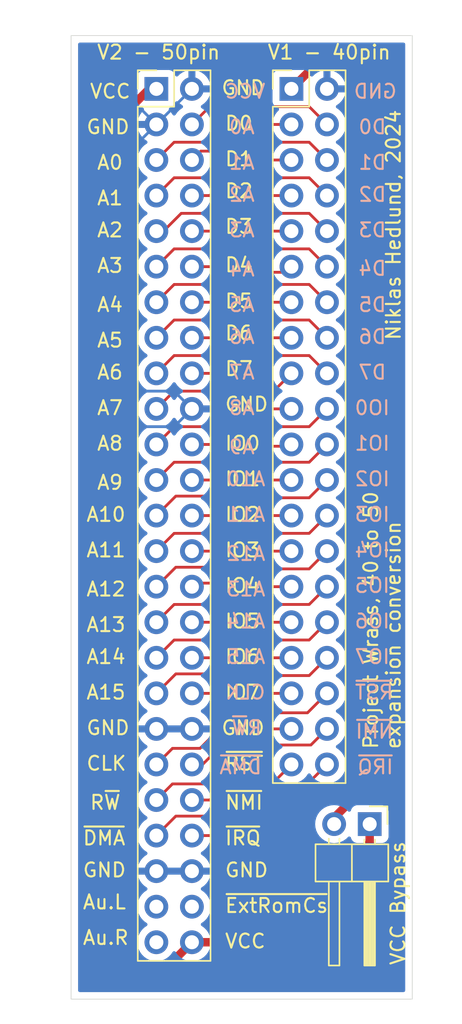
<source format=kicad_pcb>
(kicad_pcb (version 20240108) (generator "pcbnew") (generator_version "8.0")
  (layers (0 "F.Cu" signal) (31 "B.Cu" signal) (34 "B.Paste" user) (35 "F.Paste" user) (36 "B.SilkS" user "B.Silkscreen") (37 "F.SilkS" user "F.Silkscreen") (38 "B.Mask" user) (39 "F.Mask" user) (44 "Edge.Cuts" user))
  (net 0 "")
  (net 1 "/~{IRQ}")
  (net 2 "/GND")
  (net 3 "/A10")
  (net 4 "/A7")
  (net 5 "/A8")
  (net 6 "/IO4")
  (net 7 "/D3")
  (net 8 "/IO7")
  (net 9 "/A4")
  (net 10 "/IO1")
  (net 11 "/Clock")
  (net 12 "/A0")
  (net 13 "/A6")
  (net 14 "/D5")
  (net 15 "/VCC")
  (net 16 "/A9")
  (net 17 "/~{ExtRomCs}")
  (net 18 "/A1")
  (net 19 "/IO2")
  (net 20 "/~{RST}")
  (net 21 "/D4")
  (net 22 "/IO6")
  (net 23 "/D2")
  (net 24 "/A2")
  (net 25 "/A14")
  (net 26 "/AudioL")
  (net 27 "/AudioR")
  (net 28 "/D0")
  (net 29 "/A12")
  (net 30 "/D7")
  (net 31 "/A3")
  (net 32 "/~{NMI}")
  (net 33 "/A5")
  (net 34 "/A15")
  (net 35 "/D1")
  (net 36 "/A13")
  (net 37 "/IO0")
  (net 38 "/D6")
  (net 39 "/~{DMA}")
  (net 40 "/A11")
  (net 41 "/IO3")
  (net 42 "/R~{W}")
  (net 43 "/IO5")
  (net 44 "Net-(J2-Pin_1)")
  (footprint "Connector_PinHeader_2.54mm:PinHeader_1x02_P2.54mm_Horizontal" (layer "F.Cu") (at 138.181 112.973 -90)
    (property "Reference" "JP1" (hide yes))
    (property "Value" "VCC Bypass" (at 5.645 -2.027 90) (layer "F.SilkS"))
    (fp_line (start 1.44 3.87) (end 4.1 3.87) (stroke (width 0.12)) (layer "F.SilkS"))
    (fp_line (start 4.1 3.87) (end 4.1 -1.33) (stroke (width 0.12)) (layer "F.SilkS"))
    (fp_line (start 1.042929 2.92) (end 1.44 2.92) (stroke (width 0.12)) (layer "F.SilkS"))
    (fp_line (start 10.1 2.92) (end 4.1 2.92) (stroke (width 0.12)) (layer "F.SilkS"))
    (fp_line (start 1.042929 2.16) (end 1.44 2.16) (stroke (width 0.12)) (layer "F.SilkS"))
    (fp_line (start 4.1 2.16) (end 10.1 2.16) (stroke (width 0.12)) (layer "F.SilkS"))
    (fp_line (start 10.1 2.16) (end 10.1 2.92) (stroke (width 0.12)) (layer "F.SilkS"))
    (fp_line (start 1.44 1.27) (end 4.1 1.27) (stroke (width 0.12)) (layer "F.SilkS"))
    (fp_line (start 1.11 0.38) (end 1.44 0.38) (stroke (width 0.12)) (layer "F.SilkS"))
    (fp_line (start 10.1 0.38) (end 4.1 0.38) (stroke (width 0.12)) (layer "F.SilkS"))
    (fp_line (start 4.1 0.28) (end 10.1 0.28) (stroke (width 0.12)) (layer "F.SilkS"))
    (fp_line (start 4.1 0.16) (end 10.1 0.16) (stroke (width 0.12)) (layer "F.SilkS"))
    (fp_line (start 4.1 0.04) (end 10.1 0.04) (stroke (width 0.12)) (layer "F.SilkS"))
    (fp_line (start -1.27 0) (end -1.27 -1.27) (stroke (width 0.12)) (layer "F.SilkS"))
    (fp_line (start 4.1 -0.08) (end 10.1 -0.08) (stroke (width 0.12)) (layer "F.SilkS"))
    (fp_line (start 4.1 -0.2) (end 10.1 -0.2) (stroke (width 0.12)) (layer "F.SilkS"))
    (fp_line (start 4.1 -0.32) (end 10.1 -0.32) (stroke (width 0.12)) (layer "F.SilkS"))
    (fp_line (start 1.11 -0.38) (end 1.44 -0.38) (stroke (width 0.12)) (layer "F.SilkS"))
    (fp_line (start 4.1 -0.38) (end 10.1 -0.38) (stroke (width 0.12)) (layer "F.SilkS"))
    (fp_line (start 10.1 -0.38) (end 10.1 0.38) (stroke (width 0.12)) (layer "F.SilkS"))
    (fp_line (start -1.27 -1.27) (end 0 -1.27) (stroke (width 0.12)) (layer "F.SilkS"))
    (fp_line (start 1.44 -1.33) (end 1.44 3.87) (stroke (width 0.12)) (layer "F.SilkS"))
    (fp_line (start 4.1 -1.33) (end 1.44 -1.33) (stroke (width 0.12)) (layer "F.SilkS"))
    (pad "1" thru_hole rect (at 0 0 270) (size 1.7 1.7) (drill 1) (layers "*.Cu" "*.Mask") (net 15 "/VCC"))
    (pad "2" thru_hole oval (at 0 2.54 270) (size 1.7 1.7) (drill 1) (layers "*.Cu" "*.Mask") (net 44 "Net-(J2-Pin_1)"))
  )
  (footprint "Connector_PinHeader_2.54mm:PinHeader_2x20_P2.54mm_Vertical" (layer "F.Cu") (at 132.588 60.452)
    (property "Reference" "J2" (hide yes))
    (property "Value" "40pin")
    (fp_line (start -1.33 -1.33) (end 0 -1.33) (stroke (width 0.12)) (layer "F.SilkS"))
    (fp_line (start -1.33 0) (end -1.33 -1.33) (stroke (width 0.12)) (layer "F.SilkS"))
    (fp_line (start -1.33 1.27) (end -1.33 49.59) (stroke (width 0.12)) (layer "F.SilkS"))
    (fp_line (start -1.33 1.27) (end 1.27 1.27) (stroke (width 0.12)) (layer "F.SilkS"))
    (fp_line (start -1.33 49.59) (end 3.87 49.59) (stroke (width 0.12)) (layer "F.SilkS"))
    (fp_line (start 1.27 -1.33) (end 3.87 -1.33) (stroke (width 0.12)) (layer "F.SilkS"))
    (fp_line (start 1.27 1.27) (end 1.27 -1.33) (stroke (width 0.12)) (layer "F.SilkS"))
    (fp_line (start 3.87 -1.33) (end 3.87 49.59) (stroke (width 0.12)) (layer "F.SilkS"))
    (pad "1" thru_hole rect (at 0 0) (size 1.7 1.7) (drill 1) (layers "*.Cu" "*.Mask") (net 44 "Net-(J2-Pin_1)"))
    (pad "2" thru_hole oval (at 2.54 0) (size 1.7 1.7) (drill 1) (layers "*.Cu" "*.Mask") (net 2 "/GND"))
    (pad "3" thru_hole oval (at 0 2.54) (size 1.7 1.7) (drill 1) (layers "*.Cu" "*.Mask") (net 12 "/A0"))
    (pad "4" thru_hole oval (at 2.54 2.54) (size 1.7 1.7) (drill 1) (layers "*.Cu" "*.Mask") (net 28 "/D0"))
    (pad "5" thru_hole oval (at 0 5.08) (size 1.7 1.7) (drill 1) (layers "*.Cu" "*.Mask") (net 18 "/A1"))
    (pad "6" thru_hole oval (at 2.54 5.08) (size 1.7 1.7) (drill 1) (layers "*.Cu" "*.Mask") (net 35 "/D1"))
    (pad "7" thru_hole oval (at 0 7.62) (size 1.7 1.7) (drill 1) (layers "*.Cu" "*.Mask") (net 24 "/A2"))
    (pad "8" thru_hole oval (at 2.54 7.62) (size 1.7 1.7) (drill 1) (layers "*.Cu" "*.Mask") (net 23 "/D2"))
    (pad "9" thru_hole oval (at 0 10.16) (size 1.7 1.7) (drill 1) (layers "*.Cu" "*.Mask") (net 31 "/A3"))
    (pad "10" thru_hole oval (at 2.54 10.16) (size 1.7 1.7) (drill 1) (layers "*.Cu" "*.Mask") (net 7 "/D3"))
    (pad "11" thru_hole oval (at 0 12.7) (size 1.7 1.7) (drill 1) (layers "*.Cu" "*.Mask") (net 9 "/A4"))
    (pad "12" thru_hole oval (at 2.54 12.7) (size 1.7 1.7) (drill 1) (layers "*.Cu" "*.Mask") (net 21 "/D4"))
    (pad "13" thru_hole oval (at 0 15.24) (size 1.7 1.7) (drill 1) (layers "*.Cu" "*.Mask") (net 33 "/A5"))
    (pad "14" thru_hole oval (at 2.54 15.24) (size 1.7 1.7) (drill 1) (layers "*.Cu" "*.Mask") (net 14 "/D5"))
    (pad "15" thru_hole oval (at 0 17.78) (size 1.7 1.7) (drill 1) (layers "*.Cu" "*.Mask") (net 13 "/A6"))
    (pad "16" thru_hole oval (at 2.54 17.78) (size 1.7 1.7) (drill 1) (layers "*.Cu" "*.Mask") (net 38 "/D6"))
    (pad "17" thru_hole oval (at 0 20.32) (size 1.7 1.7) (drill 1) (layers "*.Cu" "*.Mask") (net 4 "/A7"))
    (pad "18" thru_hole oval (at 2.54 20.32) (size 1.7 1.7) (drill 1) (layers "*.Cu" "*.Mask") (net 30 "/D7"))
    (pad "19" thru_hole oval (at 0 22.86) (size 1.7 1.7) (drill 1) (layers "*.Cu" "*.Mask") (net 5 "/A8"))
    (pad "20" thru_hole oval (at 2.54 22.86) (size 1.7 1.7) (drill 1) (layers "*.Cu" "*.Mask") (net 37 "/IO0"))
    (pad "21" thru_hole oval (at 0 25.4) (size 1.7 1.7) (drill 1) (layers "*.Cu" "*.Mask") (net 16 "/A9"))
    (pad "22" thru_hole oval (at 2.54 25.4) (size 1.7 1.7) (drill 1) (layers "*.Cu" "*.Mask") (net 10 "/IO1"))
    (pad "23" thru_hole oval (at 0 27.94) (size 1.7 1.7) (drill 1) (layers "*.Cu" "*.Mask") (net 3 "/A10"))
    (pad "24" thru_hole oval (at 2.54 27.94) (size 1.7 1.7) (drill 1) (layers "*.Cu" "*.Mask") (net 19 "/IO2"))
    (pad "25" thru_hole oval (at 0 30.48) (size 1.7 1.7) (drill 1) (layers "*.Cu" "*.Mask") (net 40 "/A11"))
    (pad "26" thru_hole oval (at 2.54 30.48) (size 1.7 1.7) (drill 1) (layers "*.Cu" "*.Mask") (net 41 "/IO3"))
    (pad "27" thru_hole oval (at 0 33.02) (size 1.7 1.7) (drill 1) (layers "*.Cu" "*.Mask") (net 29 "/A12"))
    (pad "28" thru_hole oval (at 2.54 33.02) (size 1.7 1.7) (drill 1) (layers "*.Cu" "*.Mask") (net 6 "/IO4"))
    (pad "29" thru_hole oval (at 0 35.56) (size 1.7 1.7) (drill 1) (layers "*.Cu" "*.Mask") (net 36 "/A13"))
    (pad "30" thru_hole oval (at 2.54 35.56) (size 1.7 1.7) (drill 1) (layers "*.Cu" "*.Mask") (net 43 "/IO5"))
    (pad "31" thru_hole oval (at 0 38.1) (size 1.7 1.7) (drill 1) (layers "*.Cu" "*.Mask") (net 25 "/A14"))
    (pad "32" thru_hole oval (at 2.54 38.1) (size 1.7 1.7) (drill 1) (layers "*.Cu" "*.Mask") (net 22 "/IO6"))
    (pad "33" thru_hole oval (at 0 40.64) (size 1.7 1.7) (drill 1) (layers "*.Cu" "*.Mask") (net 34 "/A15"))
    (pad "34" thru_hole oval (at 2.54 40.64) (size 1.7 1.7) (drill 1) (layers "*.Cu" "*.Mask") (net 8 "/IO7"))
    (pad "35" thru_hole oval (at 0 43.18) (size 1.7 1.7) (drill 1) (layers "*.Cu" "*.Mask") (net 11 "/Clock"))
    (pad "36" thru_hole oval (at 2.54 43.18) (size 1.7 1.7) (drill 1) (layers "*.Cu" "*.Mask") (net 20 "/~{RST}"))
    (pad "37" thru_hole oval (at 0 45.72) (size 1.7 1.7) (drill 1) (layers "*.Cu" "*.Mask") (net 42 "/R~{W}"))
    (pad "38" thru_hole oval (at 2.54 45.72) (size 1.7 1.7) (drill 1) (layers "*.Cu" "*.Mask") (net 32 "/~{NMI}"))
    (pad "39" thru_hole oval (at 0 48.26) (size 1.7 1.7) (drill 1) (layers "*.Cu" "*.Mask") (net 39 "/~{DMA}"))
    (pad "40" thru_hole oval (at 2.54 48.26) (size 1.7 1.7) (drill 1) (layers "*.Cu" "*.Mask") (net 1 "/~{IRQ}"))
  )
  (footprint "Connector_PinHeader_2.54mm:PinHeader_2x25_P2.54mm_Vertical" (layer "F.Cu") (at 122.936 60.452)
    (property "Reference" "J1" (hide yes))
    (property "Value" "50pin")
    (fp_line (start -1.33 -1.33) (end 0 -1.33) (stroke (width 0.12)) (layer "F.SilkS"))
    (fp_line (start -1.33 0) (end -1.33 -1.33) (stroke (width 0.12)) (layer "F.SilkS"))
    (fp_line (start -1.33 1.27) (end -1.33 62.29) (stroke (width 0.12)) (layer "F.SilkS"))
    (fp_line (start -1.33 1.27) (end 1.27 1.27) (stroke (width 0.12)) (layer "F.SilkS"))
    (fp_line (start -1.33 62.29) (end 3.87 62.29) (stroke (width 0.12)) (layer "F.SilkS"))
    (fp_line (start 1.27 -1.33) (end 3.87 -1.33) (stroke (width 0.12)) (layer "F.SilkS"))
    (fp_line (start 1.27 1.27) (end 1.27 -1.33) (stroke (width 0.12)) (layer "F.SilkS"))
    (fp_line (start 3.87 -1.33) (end 3.87 62.29) (stroke (width 0.12)) (layer "F.SilkS"))
    (pad "1" thru_hole rect (at 0 0) (size 1.7 1.7) (drill 1) (layers "*.Cu" "*.Mask") (net 15 "/VCC"))
    (pad "2" thru_hole oval (at 2.54 0) (size 1.7 1.7) (drill 1) (layers "*.Cu" "*.Mask") (net 2 "/GND"))
    (pad "3" thru_hole oval (at 0 2.54) (size 1.7 1.7) (drill 1) (layers "*.Cu" "*.Mask") (net 2 "/GND"))
    (pad "4" thru_hole oval (at 2.54 2.54) (size 1.7 1.7) (drill 1) (layers "*.Cu" "*.Mask") (net 28 "/D0"))
    (pad "5" thru_hole oval (at 0 5.08) (size 1.7 1.7) (drill 1) (layers "*.Cu" "*.Mask") (net 12 "/A0"))
    (pad "6" thru_hole oval (at 2.54 5.08) (size 1.7 1.7) (drill 1) (layers "*.Cu" "*.Mask") (net 35 "/D1"))
    (pad "7" thru_hole oval (at 0 7.62) (size 1.7 1.7) (drill 1) (layers "*.Cu" "*.Mask") (net 18 "/A1"))
    (pad "8" thru_hole oval (at 2.54 7.62) (size 1.7 1.7) (drill 1) (layers "*.Cu" "*.Mask") (net 23 "/D2"))
    (pad "9" thru_hole oval (at 0 10.16) (size 1.7 1.7) (drill 1) (layers "*.Cu" "*.Mask") (net 24 "/A2"))
    (pad "10" thru_hole oval (at 2.54 10.16) (size 1.7 1.7) (drill 1) (layers "*.Cu" "*.Mask") (net 7 "/D3"))
    (pad "11" thru_hole oval (at 0 12.7) (size 1.7 1.7) (drill 1) (layers "*.Cu" "*.Mask") (net 31 "/A3"))
    (pad "12" thru_hole oval (at 2.54 12.7) (size 1.7 1.7) (drill 1) (layers "*.Cu" "*.Mask") (net 21 "/D4"))
    (pad "13" thru_hole oval (at 0 15.24) (size 1.7 1.7) (drill 1) (layers "*.Cu" "*.Mask") (net 9 "/A4"))
    (pad "14" thru_hole oval (at 2.54 15.24) (size 1.7 1.7) (drill 1) (layers "*.Cu" "*.Mask") (net 14 "/D5"))
    (pad "15" thru_hole oval (at 0 17.78) (size 1.7 1.7) (drill 1) (layers "*.Cu" "*.Mask") (net 33 "/A5"))
    (pad "16" thru_hole oval (at 2.54 17.78) (size 1.7 1.7) (drill 1) (layers "*.Cu" "*.Mask") (net 38 "/D6"))
    (pad "17" thru_hole oval (at 0 20.32) (size 1.7 1.7) (drill 1) (layers "*.Cu" "*.Mask") (net 13 "/A6"))
    (pad "18" thru_hole oval (at 2.54 20.32) (size 1.7 1.7) (drill 1) (layers "*.Cu" "*.Mask") (net 30 "/D7"))
    (pad "19" thru_hole oval (at 0 22.86) (size 1.7 1.7) (drill 1) (layers "*.Cu" "*.Mask") (net 4 "/A7"))
    (pad "20" thru_hole oval (at 2.54 22.86) (size 1.7 1.7) (drill 1) (layers "*.Cu" "*.Mask") (net 2 "/GND"))
    (pad "21" thru_hole oval (at 0 25.4) (size 1.7 1.7) (drill 1) (layers "*.Cu" "*.Mask") (net 5 "/A8"))
    (pad "22" thru_hole oval (at 2.54 25.4) (size 1.7 1.7) (drill 1) (layers "*.Cu" "*.Mask") (net 37 "/IO0"))
    (pad "23" thru_hole oval (at 0 27.94) (size 1.7 1.7) (drill 1) (layers "*.Cu" "*.Mask") (net 16 "/A9"))
    (pad "24" thru_hole oval (at 2.54 27.94) (size 1.7 1.7) (drill 1) (layers "*.Cu" "*.Mask") (net 10 "/IO1"))
    (pad "25" thru_hole oval (at 0 30.48) (size 1.7 1.7) (drill 1) (layers "*.Cu" "*.Mask") (net 3 "/A10"))
    (pad "26" thru_hole oval (at 2.54 30.48) (size 1.7 1.7) (drill 1) (layers "*.Cu" "*.Mask") (net 19 "/IO2"))
    (pad "27" thru_hole oval (at 0 33.02) (size 1.7 1.7) (drill 1) (layers "*.Cu" "*.Mask") (net 40 "/A11"))
    (pad "28" thru_hole oval (at 2.54 33.02) (size 1.7 1.7) (drill 1) (layers "*.Cu" "*.Mask") (net 41 "/IO3"))
    (pad "29" thru_hole oval (at 0 35.56) (size 1.7 1.7) (drill 1) (layers "*.Cu" "*.Mask") (net 29 "/A12"))
    (pad "30" thru_hole oval (at 2.54 35.56) (size 1.7 1.7) (drill 1) (layers "*.Cu" "*.Mask") (net 6 "/IO4"))
    (pad "31" thru_hole oval (at 0 38.1) (size 1.7 1.7) (drill 1) (layers "*.Cu" "*.Mask") (net 36 "/A13"))
    (pad "32" thru_hole oval (at 2.54 38.1) (size 1.7 1.7) (drill 1) (layers "*.Cu" "*.Mask") (net 43 "/IO5"))
    (pad "33" thru_hole oval (at 0 40.64) (size 1.7 1.7) (drill 1) (layers "*.Cu" "*.Mask") (net 25 "/A14"))
    (pad "34" thru_hole oval (at 2.54 40.64) (size 1.7 1.7) (drill 1) (layers "*.Cu" "*.Mask") (net 22 "/IO6"))
    (pad "35" thru_hole oval (at 0 43.18) (size 1.7 1.7) (drill 1) (layers "*.Cu" "*.Mask") (net 34 "/A15"))
    (pad "36" thru_hole oval (at 2.54 43.18) (size 1.7 1.7) (drill 1) (layers "*.Cu" "*.Mask") (net 8 "/IO7"))
    (pad "37" thru_hole oval (at 0 45.72) (size 1.7 1.7) (drill 1) (layers "*.Cu" "*.Mask") (net 2 "/GND"))
    (pad "38" thru_hole oval (at 2.54 45.72) (size 1.7 1.7) (drill 1) (layers "*.Cu" "*.Mask") (net 2 "/GND"))
    (pad "39" thru_hole oval (at 0 48.26) (size 1.7 1.7) (drill 1) (layers "*.Cu" "*.Mask") (net 11 "/Clock"))
    (pad "40" thru_hole oval (at 2.54 48.26) (size 1.7 1.7) (drill 1) (layers "*.Cu" "*.Mask") (net 20 "/~{RST}"))
    (pad "41" thru_hole oval (at 0 50.8) (size 1.7 1.7) (drill 1) (layers "*.Cu" "*.Mask") (net 42 "/R~{W}"))
    (pad "42" thru_hole oval (at 2.54 50.8) (size 1.7 1.7) (drill 1) (layers "*.Cu" "*.Mask") (net 32 "/~{NMI}"))
    (pad "43" thru_hole oval (at 0 53.34) (size 1.7 1.7) (drill 1) (layers "*.Cu" "*.Mask") (net 39 "/~{DMA}"))
    (pad "44" thru_hole oval (at 2.54 53.34) (size 1.7 1.7) (drill 1) (layers "*.Cu" "*.Mask") (net 1 "/~{IRQ}"))
    (pad "45" thru_hole oval (at 0 55.88) (size 1.7 1.7) (drill 1) (layers "*.Cu" "*.Mask") (net 2 "/GND"))
    (pad "46" thru_hole oval (at 2.54 55.88) (size 1.7 1.7) (drill 1) (layers "*.Cu" "*.Mask") (net 2 "/GND"))
    (pad "47" thru_hole oval (at 0 58.42) (size 1.7 1.7) (drill 1) (layers "*.Cu" "*.Mask") (net 26 "/AudioL"))
    (pad "48" thru_hole oval (at 2.54 58.42) (size 1.7 1.7) (drill 1) (layers "*.Cu" "*.Mask") (net 17 "/~{ExtRomCs}"))
    (pad "49" thru_hole oval (at 0 60.96) (size 1.7 1.7) (drill 1) (layers "*.Cu" "*.Mask") (net 27 "/AudioR"))
    (pad "50" thru_hole oval (at 2.54 60.96) (size 1.7 1.7) (drill 1) (layers "*.Cu" "*.Mask") (net 15 "/VCC"))
  )
  (gr_rect (start 116.84 56.642) (end 141.224 125.476) (stroke (width 0.05)) (fill none) (layer "Edge.Cuts"))
  (gr_text "A10" (at 130.81 88.9 -0) (layer "B.SilkS") (effects (font (size 1 1)) (justify left bottom mirror)))
  (gr_text "~{DMA}" (at 130.556 109.474 -0) (layer "B.SilkS") (effects (font (size 1 1)) (justify left bottom mirror)))
  (gr_text "R~{W}" (at 130.556 106.68 -0) (layer "B.SilkS") (effects (font (size 1 1)) (justify left bottom mirror)))
  (gr_text "A3" (at 130.048 71.12 -0) (layer "B.SilkS") (effects (font (size 1 1)) (justify left bottom mirror)))
  (gr_text "~{IRQ}" (at 139.954 109.474 -0) (layer "B.SilkS") (effects (font (size 1 1)) (justify left bottom mirror)))
  (gr_text "~{RST}" (at 139.954 104.14 -0) (layer "B.SilkS") (effects (font (size 1 1)) (justify left bottom mirror)))
  (gr_text "IO2" (at 139.7 88.9 -0) (layer "B.SilkS") (effects (font (size 1 1)) (justify left bottom mirror)))
  (gr_text "CLK" (at 130.81 104.14 -0) (layer "B.SilkS") (effects (font (size 1 1)) (justify left bottom mirror)))
  (gr_text "A11" (at 130.81 91.44 -0) (layer "B.SilkS") (effects (font (size 1 1)) (justify left bottom mirror)))
  (gr_text "IO3" (at 139.7 91.44 -0) (layer "B.SilkS") (effects (font (size 1 1)) (justify left bottom mirror)))
  (gr_text "A5" (at 130.048 76.454 -0) (layer "B.SilkS") (effects (font (size 1 1)) (justify left bottom mirror)))
  (gr_text "A9" (at 130.048 86.614 -0) (layer "B.SilkS") (effects (font (size 1 1)) (justify left bottom mirror)))
  (gr_text "~{NMI}" (at 139.954 106.934 -0) (layer "B.SilkS") (effects (font (size 1 1)) (justify left bottom mirror)))
  (gr_text "A13" (at 130.81 96.774 -0) (layer "B.SilkS") (effects (font (size 1 1)) (justify left bottom mirror)))
  (gr_text "A4" (at 130.048 73.914 -0) (layer "B.SilkS") (effects (font (size 1 1)) (justify left bottom mirror)))
  (gr_text "GND" (at 140.208 61.214 -0) (layer "B.SilkS") (effects (font (size 1 1)) (justify left bottom mirror)))
  (gr_text "IO6" (at 139.7 99.06 -0) (layer "B.SilkS") (effects (font (size 1 1)) (justify left bottom mirror)))
  (gr_text "IO5" (at 139.7 96.52 -0) (layer "B.SilkS") (effects (font (size 1 1)) (justify left bottom mirror)))
  (gr_text "D3" (at 139.446 71.12 -0) (layer "B.SilkS") (effects (font (size 1 1)) (justify left bottom mirror)))
  (gr_text "D5" (at 139.446 76.454 -0) (layer "B.SilkS") (effects (font (size 1 1)) (justify left bottom mirror)))
  (gr_text "A14" (at 130.81 99.06 -0) (layer "B.SilkS") (effects (font (size 1 1)) (justify left bottom mirror)))
  (gr_text "A1" (at 130.048 66.294 -0) (layer "B.SilkS") (effects (font (size 1 1)) (justify left bottom mirror)))
  (gr_text "D6" (at 139.446 78.74 -0) (layer "B.SilkS") (effects (font (size 1 1)) (justify left bottom mirror)))
  (gr_text "D2" (at 139.446 68.58 -0) (layer "B.SilkS") (effects (font (size 1 1)) (justify left bottom mirror)))
  (gr_text "IO0" (at 139.7 83.82 -0) (layer "B.SilkS") (effects (font (size 1 1)) (justify left bottom mirror)))
  (gr_text "IO7" (at 139.7 101.6 -0) (layer "B.SilkS") (effects (font (size 1 1)) (justify left bottom mirror)))
  (gr_text "A8" (at 130.048 83.82 -0) (layer "B.SilkS") (effects (font (size 1 1)) (justify left bottom mirror)))
  (gr_text "A2" (at 130.048 68.58 -0) (layer "B.SilkS") (effects (font (size 1 1)) (justify left bottom mirror)))
  (gr_text "D4" (at 139.446 73.8632 -0) (layer "B.SilkS") (effects (font (size 1 1)) (justify left bottom mirror)))
  (gr_text "D0" (at 139.446 63.754 -0) (layer "B.SilkS") (effects (font (size 1 1)) (justify left bottom mirror)))
  (gr_text "A7" (at 130.048 81.28 -0) (layer "B.SilkS") (effects (font (size 1 1)) (justify left bottom mirror)))
  (gr_text "A12" (at 130.81 94.234 -0) (layer "B.SilkS") (effects (font (size 1 1)) (justify left bottom mirror)))
  (gr_text "VCC" (at 130.81 61.214 -0) (layer "B.SilkS") (effects (font (size 1 1)) (justify left bottom mirror)))
  (gr_text "A0" (at 130.048 63.754 -0) (layer "B.SilkS") (effects (font (size 1 1)) (justify left bottom mirror)))
  (gr_text "IO4" (at 139.7 93.98 -0) (layer "B.SilkS") (effects (font (size 1 1)) (justify left bottom mirror)))
  (gr_text "D7" (at 139.446 81.28 -0) (layer "B.SilkS") (effects (font (size 1 1)) (justify left bottom mirror)))
  (gr_text "A15" (at 130.81 101.6 -0) (layer "B.SilkS") (effects (font (size 1 1)) (justify left bottom mirror)))
  (gr_text "A6" (at 130.048 78.74 -0) (layer "B.SilkS") (effects (font (size 1 1)) (justify left bottom mirror)))
  (gr_text "IO1" (at 139.7 86.36 -0) (layer "B.SilkS") (effects (font (size 1 1)) (justify left bottom mirror)))
  (gr_text "D1" (at 139.446 66.294 -0) (layer "B.SilkS") (effects (font (size 1 1)) (justify left bottom mirror)))
  (gr_text "~{RST}" (at 127.762 109.22 0) (layer "F.SilkS") (effects (font (size 1 1)) (justify left bottom)))
  (gr_text "A5" (at 118.618 78.994 0) (layer "F.SilkS") (effects (font (size 1 1)) (justify left bottom)))
  (gr_text "IO0" (at 127.762 86.36 0) (layer "F.SilkS") (effects (font (size 1 1)) (justify left bottom)))
  (gr_text "A8" (at 118.618 86.36 0) (layer "F.SilkS") (effects (font (size 1 1)) (justify left bottom)))
  (gr_text "D5" (at 127.762 76.2 0) (layer "F.SilkS") (effects (font (size 1 1)) (justify left bottom)))
  (gr_text "VCC" (at 127.762 121.92 0) (layer "F.SilkS") (effects (font (size 1 1)) (justify left bottom)))
  (gr_text "IO6" (at 127.762 101.6 0) (layer "F.SilkS") (effects (font (size 1 1)) (justify left bottom)))
  (gr_text "IO2" (at 127.762 91.44 0) (layer "F.SilkS") (effects (font (size 1 1)) (justify left bottom)))
  (gr_text "A9" (at 118.618 89.154 0) (layer "F.SilkS") (effects (font (size 1 1)) (justify left bottom)))
  (gr_text "D6" (at 127.762 78.486 0) (layer "F.SilkS") (effects (font (size 1 1)) (justify left bottom)))
  (gr_text "A13" (at 117.856 99.314 0) (layer "F.SilkS") (effects (font (size 1 1)) (justify left bottom)))
  (gr_text "D7" (at 127.762 81.026 0) (layer "F.SilkS") (effects (font (size 1 1)) (justify left bottom)))
  (gr_text "GND" (at 127.508 106.68 0) (layer "F.SilkS") (effects (font (size 1 1)) (justify left bottom)))
  (gr_text "V1 - 40pin" (at 130.81 58.42 0) (layer "F.SilkS") (effects (font (size 1 1)) (justify left bottom)))
  (gr_text "GND" (at 127.762 116.84 0) (layer "F.SilkS") (effects (font (size 1 1)) (justify left bottom)))
  (gr_text "D3" (at 127.762 70.866 0) (layer "F.SilkS") (effects (font (size 1 1)) (justify left bottom)))
  (gr_text "A12" (at 117.856 96.774 0) (layer "F.SilkS") (effects (font (size 1 1)) (justify left bottom)))
  (gr_text "~{ExtRomCs}" (at 127.762 119.38 0) (layer "F.SilkS") (effects (font (size 1 1)) (justify left bottom)))
  (gr_text "GND" (at 117.856 63.754 0) (layer "F.SilkS") (effects (font (size 1 1)) (justify left bottom)))
  (gr_text "A6" (at 118.618 81.28 0) (layer "F.SilkS") (effects (font (size 1 1)) (justify left bottom)))
  (gr_text "A10" (at 117.856 91.44 0) (layer "F.SilkS") (effects (font (size 1 1)) (justify left bottom)))
  (gr_text "GND" (at 117.856 106.68 0) (layer "F.SilkS") (effects (font (size 1 1)) (justify left bottom)))
  (gr_text "IO5" (at 127.762 99.06 0) (layer "F.SilkS") (effects (font (size 1 1)) (justify left bottom)))
  (gr_text "A7" (at 118.618 83.82 0) (layer "F.SilkS") (effects (font (size 1 1)) (justify left bottom)))
  (gr_text "VCC" (at 118.11 61.214 0) (layer "F.SilkS") (effects (font (size 1 1)) (justify left bottom)))
  (gr_text "GND" (at 117.602 116.84 0) (layer "F.SilkS") (effects (font (size 1 1)) (justify left bottom)))
  (gr_text "IO4" (at 127.762 96.52 0) (layer "F.SilkS") (effects (font (size 1 1)) (justify left bottom)))
  (gr_text "V2 - 50pin" (at 118.618 58.42 0) (layer "F.SilkS") (effects (font (size 1 1)) (justify left bottom)))
  (gr_text "D1" (at 127.762 66.04 0) (layer "F.SilkS") (effects (font (size 1 1)) (justify left bottom)))
  (gr_text "A14" (at 117.856 101.6 0) (layer "F.SilkS") (effects (font (size 1 1)) (justify left bottom)))
  (gr_text "IO1" (at 127.762 88.9 0) (layer "F.SilkS") (effects (font (size 1 1)) (justify left bottom)))
  (gr_text "R~{W}" (at 118.11 112.014 0) (layer "F.SilkS") (effects (font (size 1 1)) (justify left bottom)))
  (gr_text "Au.L" (at 117.602 119.126 0) (layer "F.SilkS") (effects (font (size 1 1)) (justify left bottom)))
  (gr_text "A0" (at 118.618 66.294 0) (layer "F.SilkS") (effects (font (size 1 1)) (justify left bottom)))
  (gr_text "A15" (at 117.856 104.14 0) (layer "F.SilkS") (effects (font (size 1 1)) (justify left bottom)))
  (gr_text "A2" (at 118.618 71.12 0) (layer "F.SilkS") (effects (font (size 1 1)) (justify left bottom)))
  (gr_text "IO3" (at 127.762 93.98 0) (layer "F.SilkS") (effects (font (size 1 1)) (justify left bottom)))
  (gr_text "D2" (at 127.762 68.326 0) (layer "F.SilkS") (effects (font (size 1 1)) (justify left bottom)))
  (gr_text "Niklas Hedlund, 2024" (at 140.462 78.486 90) (layer "F.SilkS") (effects (font (size 1 1)) (justify left bottom)))
  (gr_text "A11" (at 117.856 93.98 0) (layer "F.SilkS") (effects (font (size 1 1)) (justify left bottom)))
  (gr_text "~{DMA}" (at 117.602 114.554 0) (layer "F.SilkS") (effects (font (size 1 1)) (justify left bottom)))
  (gr_text "A1" (at 118.618 68.834 0) (layer "F.SilkS") (effects (font (size 1 1)) (justify left bottom)))
  (gr_text "IO7" (at 127.762 104.14 0) (layer "F.SilkS") (effects (font (size 1 1)) (justify left bottom)))
  (gr_text "~{IRQ}" (at 127.762 114.554 0) (layer "F.SilkS") (effects (font (size 1 1)) (justify left bottom)))
  (gr_text "Project Wrass, 40 to 50 \nexpansion conversion" (at 140.462 107.696 90) (layer "F.SilkS") (effects (font (size 1 1)) (justify left bottom)))
  (gr_text "D0" (at 127.762 63.5 0) (layer "F.SilkS") (effects (font (size 1 1)) (justify left bottom)))
  (gr_text "D4" (at 127.762 73.6092 0) (layer "F.SilkS") (effects (font (size 1 1)) (justify left bottom)))
  (gr_text "A4" (at 118.618 76.454 0) (layer "F.SilkS") (effects (font (size 1 1)) (justify left bottom)))
  (gr_text "~{NMI}" (at 127.762 112.014 0) (layer "F.SilkS") (effects (font (size 1 1)) (justify left bottom)))
  (gr_text "GND" (at 127.762 83.566 0) (layer "F.SilkS") (effects (font (size 1 1)) (justify left bottom)))
  (gr_text "A3" (at 118.618 73.66 0) (layer "F.SilkS") (effects (font (size 1 1)) (justify left bottom)))
  (gr_text "Au.R" (at 117.602 121.666 0) (layer "F.SilkS") (effects (font (size 1 1)) (justify left bottom)))
  (gr_text "GND" (at 127.508 60.96 0) (layer "F.SilkS") (effects (font (size 1 1)) (justify left bottom)))
  (gr_text "CLK" (at 117.856 109.22 0) (layer "F.SilkS") (effects (font (size 1 1)) (justify left bottom)))
  (segment (start 130.048 113.792) (end 135.128 108.712) (width 0.2) (layer "F.Cu") (net 1))
  (segment (start 125.476 113.792) (end 130.048 113.792) (width 0.2) (layer "F.Cu") (net 1))
  (segment (start 124.206 82.042) (end 121.031 82.042) (width 0.2) (layer "B.Cu") (net 2))
  (segment (start 121.92 61.976) (end 121.031 61.976) (width 0.2) (layer "B.Cu") (net 2))
  (segment (start 125.476 83.312) (end 127.254 83.312) (width 0.2) (layer "B.Cu") (net 2))
  (segment (start 122.936 62.992) (end 125.476 60.452) (width 0.2) (layer "B.Cu") (net 2))
  (segment (start 122.936 62.992) (end 121.539 64.389) (width 0.2) (layer "B.Cu") (net 2))
  (segment (start 121.539 64.389) (end 121.031 64.389) (width 0.2) (layer "B.Cu") (net 2))
  (segment (start 122.936 62.992) (end 121.92 61.976) (width 0.2) (layer "B.Cu") (net 2))
  (segment (start 125.476 83.312) (end 124.206 82.042) (width 0.2) (layer "B.Cu") (net 2))
  (segment (start 124.206 84.582) (end 121.031 84.582) (width 0.2) (layer "B.Cu") (net 2))
  (segment (start 125.476 83.312) (end 124.206 84.582) (width 0.2) (layer "B.Cu") (net 2))
  (segment (start 129.794 88.392) (end 132.588 88.392) (width 0.2) (layer "F.Cu") (net 3))
  (segment (start 128.644 89.542) (end 129.794 88.392) (width 0.2) (layer "F.Cu") (net 3))
  (segment (start 124.326 89.542) (end 128.644 89.542) (width 0.2) (layer "F.Cu") (net 3))
  (segment (start 122.936 90.932) (end 124.326 89.542) (width 0.2) (layer "F.Cu") (net 3))
  (segment (start 131.318 82.042) (end 132.588 80.772) (width 0.2) (layer "F.Cu") (net 4))
  (segment (start 122.936 83.312) (end 124.206 82.042) (width 0.2) (layer "F.Cu") (net 4))
  (segment (start 124.206 82.042) (end 131.318 82.042) (width 0.2) (layer "F.Cu") (net 4))
  (segment (start 122.936 85.852) (end 124.206 84.582) (width 0.2) (layer "F.Cu") (net 5))
  (segment (start 129.032 83.312) (end 132.588 83.312) (width 0.2) (layer "F.Cu") (net 5))
  (segment (start 127.762 84.582) (end 129.032 83.312) (width 0.2) (layer "F.Cu") (net 5))
  (segment (start 124.206 84.582) (end 127.762 84.582) (width 0.2) (layer "F.Cu") (net 5))
  (segment (start 129.032 95.758) (end 130.048 94.742) (width 0.2) (layer "F.Cu") (net 6))
  (segment (start 125.73 95.758) (end 129.032 95.758) (width 0.2) (layer "F.Cu") (net 6))
  (segment (start 133.858 94.742) (end 135.128 93.472) (width 0.2) (layer "F.Cu") (net 6))
  (segment (start 130.048 94.742) (end 133.858 94.742) (width 0.2) (layer "F.Cu") (net 6))
  (segment (start 125.476 96.012) (end 125.73 95.758) (width 0.2) (layer "F.Cu") (net 6))
  (segment (start 129.286 69.342) (end 133.858 69.342) (width 0.2) (layer "F.Cu") (net 7))
  (segment (start 125.476 70.612) (end 128.016 70.612) (width 0.2) (layer "F.Cu") (net 7))
  (segment (start 128.016 70.612) (end 129.286 69.342) (width 0.2) (layer "F.Cu") (net 7))
  (segment (start 133.858 69.342) (end 135.128 70.612) (width 0.2) (layer "F.Cu") (net 7))
  (segment (start 133.858 102.362) (end 135.128 101.092) (width 0.2) (layer "F.Cu") (net 8))
  (segment (start 125.476 103.632) (end 128.27 103.632) (width 0.2) (layer "F.Cu") (net 8))
  (segment (start 128.27 103.632) (end 129.54 102.362) (width 0.2) (layer "F.Cu") (net 8))
  (segment (start 129.54 102.362) (end 133.858 102.362) (width 0.2) (layer "F.Cu") (net 8))
  (segment (start 128.143 74.422) (end 129.013 73.552) (width 0.2) (layer "F.Cu") (net 9))
  (segment (start 132.188 73.552) (end 132.588 73.152) (width 0.2) (layer "F.Cu") (net 9))
  (segment (start 129.013 73.552) (end 132.188 73.552) (width 0.2) (layer "F.Cu") (net 9))
  (segment (start 124.206 74.422) (end 128.143 74.422) (width 0.2) (layer "F.Cu") (net 9))
  (segment (start 122.936 75.692) (end 124.206 74.422) (width 0.2) (layer "F.Cu") (net 9))
  (segment (start 133.858 87.122) (end 135.128 85.852) (width 0.2) (layer "F.Cu") (net 10))
  (segment (start 125.476 88.392) (end 128.397 88.392) (width 0.2) (layer "F.Cu") (net 10))
  (segment (start 129.667 87.122) (end 133.858 87.122) (width 0.2) (layer "F.Cu") (net 10))
  (segment (start 128.397 88.392) (end 129.667 87.122) (width 0.2) (layer "F.Cu") (net 10))
  (segment (start 122.936 108.712) (end 124.086 107.562) (width 0.2) (layer "F.Cu") (net 11))
  (segment (start 124.086 107.562) (end 126.060314 107.562) (width 0.2) (layer "F.Cu") (net 11))
  (segment (start 129.990314 103.632) (end 132.588 103.632) (width 0.2) (layer "F.Cu") (net 11))
  (segment (start 126.060314 107.562) (end 129.990314 103.632) (width 0.2) (layer "F.Cu") (net 11))
  (segment (start 122.936 65.532) (end 124.206 64.262) (width 0.2) (layer "F.Cu") (net 12))
  (segment (start 128.778 62.992) (end 132.588 62.992) (width 0.2) (layer "F.Cu") (net 12))
  (segment (start 124.206 64.262) (end 127.508 64.262) (width 0.2) (layer "F.Cu") (net 12))
  (segment (start 127.508 64.262) (end 128.778 62.992) (width 0.2) (layer "F.Cu") (net 12))
  (segment (start 129.921 78.232) (end 132.588 78.232) (width 0.2) (layer "F.Cu") (net 13))
  (segment (start 128.651 79.502) (end 129.921 78.232) (width 0.2) (layer "F.Cu") (net 13))
  (segment (start 124.206 79.502) (end 128.651 79.502) (width 0.2) (layer "F.Cu") (net 13))
  (segment (start 122.936 80.772) (end 124.206 79.502) (width 0.2) (layer "F.Cu") (net 13))
  (segment (start 125.476 75.692) (end 127.889 75.692) (width 0.2) (layer "F.Cu") (net 14))
  (segment (start 129.159 74.422) (end 133.858 74.422) (width 0.2) (layer "F.Cu") (net 14))
  (segment (start 133.858 74.422) (end 135.128 75.692) (width 0.2) (layer "F.Cu") (net 14))
  (segment (start 127.889 75.692) (end 129.159 74.422) (width 0.2) (layer "F.Cu") (net 14))
  (segment (start 138.181 112.973) (end 138.181 114.295) (width 0.6) (layer "F.Cu") (net 15))
  (segment (start 120.142 122.555) (end 121.539 123.952) (width 0.6) (layer "F.Cu") (net 15))
  (segment (start 131.064 121.412) (end 125.476 121.412) (width 0.6) (layer "F.Cu") (net 15))
  (segment (start 120.142 62.738) (end 120.142 122.555) (width 0.6) (layer "F.Cu") (net 15))
  (segment (start 122.936 60.452) (end 122.428 60.452) (width 0.6) (layer "F.Cu") (net 15))
  (segment (start 138.181 114.295) (end 131.064 121.412) (width 0.6) (layer "F.Cu") (net 15))
  (segment (start 122.428 60.452) (end 120.142 62.738) (width 0.6) (layer "F.Cu") (net 15))
  (segment (start 122.936 123.952) (end 125.476 121.412) (width 0.6) (layer "F.Cu") (net 15))
  (segment (start 121.539 123.952) (end 122.936 123.952) (width 0.6) (layer "F.Cu") (net 15))
  (segment (start 124.206 87.122) (end 128.016 87.122) (width 0.2) (layer "F.Cu") (net 16))
  (segment (start 122.936 88.392) (end 124.206 87.122) (width 0.2) (layer "F.Cu") (net 16))
  (segment (start 132.461 85.979) (end 132.588 85.852) (width 0.2) (layer "F.Cu") (net 16))
  (segment (start 129.159 85.979) (end 132.461 85.979) (width 0.2) (layer "F.Cu") (net 16))
  (segment (start 128.016 87.122) (end 129.159 85.979) (width 0.2) (layer "F.Cu") (net 16))
  (segment (start 127.889 65.532) (end 132.588 65.532) (width 0.2) (layer "F.Cu") (net 18))
  (segment (start 124.206 66.802) (end 126.619 66.802) (width 0.2) (layer "F.Cu") (net 18))
  (segment (start 122.936 68.072) (end 124.206 66.802) (width 0.2) (layer "F.Cu") (net 18))
  (segment (start 126.619 66.802) (end 127.889 65.532) (width 0.2) (layer "F.Cu") (net 18))
  (segment (start 128.778 90.932) (end 130.048 89.662) (width 0.2) (layer "F.Cu") (net 19))
  (segment (start 125.476 90.932) (end 128.778 90.932) (width 0.2) (layer "F.Cu") (net 19))
  (segment (start 133.858 89.662) (end 135.128 88.392) (width 0.2) (layer "F.Cu") (net 19))
  (segment (start 130.048 89.662) (end 133.858 89.662) (width 0.2) (layer "F.Cu") (net 19))
  (segment (start 125.476 108.712) (end 126.238 108.712) (width 0.2) (layer "F.Cu") (net 20))
  (segment (start 129.928 105.022) (end 133.738 105.022) (width 0.2) (layer "F.Cu") (net 20))
  (segment (start 133.738 105.022) (end 135.128 103.632) (width 0.2) (layer "F.Cu") (net 20))
  (segment (start 126.238 108.712) (end 129.928 105.022) (width 0.2) (layer "F.Cu") (net 20))
  (segment (start 125.476 73.152) (end 128.27 73.152) (width 0.2) (layer "F.Cu") (net 21))
  (segment (start 129.54 71.882) (end 133.858 71.882) (width 0.2) (layer "F.Cu") (net 21))
  (segment (start 128.27 73.152) (end 129.54 71.882) (width 0.2) (layer "F.Cu") (net 21))
  (segment (start 133.858 71.882) (end 135.128 73.152) (width 0.2) (layer "F.Cu") (net 21))
  (segment (start 125.476 101.092) (end 128.524 101.092) (width 0.2) (layer "F.Cu") (net 22))
  (segment (start 128.524 101.092) (end 129.794 99.822) (width 0.2) (layer "F.Cu") (net 22))
  (segment (start 133.858 99.822) (end 135.128 98.552) (width 0.2) (layer "F.Cu") (net 22))
  (segment (start 129.794 99.822) (end 133.858 99.822) (width 0.2) (layer "F.Cu") (net 22))
  (segment (start 125.476 68.072) (end 126.746 68.072) (width 0.2) (layer "F.Cu") (net 23))
  (segment (start 126.746 68.072) (end 128.016 66.802) (width 0.2) (layer "F.Cu") (net 23))
  (segment (start 133.858 66.802) (end 135.128 68.072) (width 0.2) (layer "F.Cu") (net 23))
  (segment (start 128.016 66.802) (end 133.858 66.802) (width 0.2) (layer "F.Cu") (net 23))
  (segment (start 122.936 70.612) (end 123.444 70.612) (width 0.2) (layer "F.Cu") (net 24))
  (segment (start 127.381 69.342) (end 128.651 68.072) (width 0.2) (layer "F.Cu") (net 24))
  (segment (start 124.714 69.342) (end 127.381 69.342) (width 0.2) (layer "F.Cu") (net 24))
  (segment (start 123.444 70.612) (end 124.714 69.342) (width 0.2) (layer "F.Cu") (net 24))
  (segment (start 128.651 68.072) (end 132.588 68.072) (width 0.2) (layer "F.Cu") (net 24))
  (segment (start 124.206 99.822) (end 128.397 99.822) (width 0.2) (layer "F.Cu") (net 25))
  (segment (start 129.667 98.552) (end 132.588 98.552) (width 0.2) (layer "F.Cu") (net 25))
  (segment (start 122.936 101.092) (end 124.206 99.822) (width 0.2) (layer "F.Cu") (net 25))
  (segment (start 128.397 99.822) (end 129.667 98.552) (width 0.2) (layer "F.Cu") (net 25))
  (segment (start 133.858 61.722) (end 135.128 62.992) (width 0.2) (layer "F.Cu") (net 28))
  (segment (start 126.746 61.722) (end 133.858 61.722) (width 0.2) (layer "F.Cu") (net 28))
  (segment (start 125.476 62.992) (end 126.746 61.722) (width 0.2) (layer "F.Cu") (net 28))
  (segment (start 122.936 96.012) (end 124.326 94.622) (width 0.2) (layer "F.Cu") (net 29))
  (segment (start 124.326 94.622) (end 128.644 94.622) (width 0.2) (layer "F.Cu") (net 29))
  (segment (start 128.644 94.622) (end 129.794 93.472) (width 0.2) (layer "F.Cu") (net 29))
  (segment (start 129.794 93.472) (end 132.588 93.472) (width 0.2) (layer "F.Cu") (net 29))
  (segment (start 133.858 79.502) (end 135.128 80.772) (width 0.2) (layer "F.Cu") (net 30))
  (segment (start 125.476 80.772) (end 129.286 80.772) (width 0.2) (layer "F.Cu") (net 30))
  (segment (start 129.286 80.772) (end 130.556 79.502) (width 0.2) (layer "F.Cu") (net 30))
  (segment (start 130.556 79.502) (end 133.858 79.502) (width 0.2) (layer "F.Cu") (net 30))
  (segment (start 129.921 70.612) (end 132.588 70.612) (width 0.2) (layer "F.Cu") (net 31))
  (segment (start 128.651 71.882) (end 129.921 70.612) (width 0.2) (layer "F.Cu") (net 31))
  (segment (start 124.206 71.882) (end 128.651 71.882) (width 0.2) (layer "F.Cu") (net 31))
  (segment (start 122.936 73.152) (end 124.206 71.882) (width 0.2) (layer "F.Cu") (net 31))
  (segment (start 126.746 111.252) (end 130.676 107.322) (width 0.2) (layer "F.Cu") (net 32))
  (segment (start 130.676 107.322) (end 133.978 107.322) (width 0.2) (layer "F.Cu") (net 32))
  (segment (start 133.978 107.322) (end 135.128 106.172) (width 0.2) (layer "F.Cu") (net 32))
  (segment (start 125.476 111.252) (end 126.746 111.252) (width 0.2) (layer "F.Cu") (net 32))
  (segment (start 127.860157 76.962) (end 129.130157 75.692) (width 0.2) (layer "F.Cu") (net 33))
  (segment (start 124.206 76.962) (end 127.860157 76.962) (width 0.2) (layer "F.Cu") (net 33))
  (segment (start 129.130157 75.692) (end 132.588 75.692) (width 0.2) (layer "F.Cu") (net 33))
  (segment (start 122.936 78.232) (end 124.206 76.962) (width 0.2) (layer "F.Cu") (net 33))
  (segment (start 128.644 102.242) (end 129.794 101.092) (width 0.2) (layer "F.Cu") (net 34))
  (segment (start 122.936 103.632) (end 124.326 102.242) (width 0.2) (layer "F.Cu") (net 34))
  (segment (start 129.794 101.092) (end 132.588 101.092) (width 0.2) (layer "F.Cu") (net 34))
  (segment (start 124.326 102.242) (end 128.644 102.242) (width 0.2) (layer "F.Cu") (net 34))
  (segment (start 125.476 65.532) (end 126.111 64.897) (width 0.2) (layer "F.Cu") (net 35))
  (segment (start 129.921 64.262) (end 133.858 64.262) (width 0.2) (layer "F.Cu") (net 35))
  (segment (start 126.111 64.897) (end 129.286 64.897) (width 0.2) (layer "F.Cu") (net 35))
  (segment (start 129.286 64.897) (end 129.921 64.262) (width 0.2) (layer "F.Cu") (net 35))
  (segment (start 133.858 64.262) (end 135.128 65.532) (width 0.2) (layer "F.Cu") (net 35))
  (segment (start 122.936 98.552) (end 124.206 97.282) (width 0.2) (layer "F.Cu") (net 36))
  (segment (start 124.206 97.282) (end 128.778 97.282) (width 0.2) (layer "F.Cu") (net 36))
  (segment (start 128.778 97.282) (end 130.048 96.012) (width 0.2) (layer "F.Cu") (net 36))
  (segment (start 130.048 96.012) (end 132.588 96.012) (width 0.2) (layer "F.Cu") (net 36))
  (segment (start 129.286 84.582) (end 133.858 84.582) (width 0.2) (layer "F.Cu") (net 37))
  (segment (start 125.476 85.852) (end 128.016 85.852) (width 0.2) (layer "F.Cu") (net 37))
  (segment (start 133.858 84.582) (end 135.128 83.312) (width 0.2) (layer "F.Cu") (net 37))
  (segment (start 128.016 85.852) (end 129.286 84.582) (width 0.2) (layer "F.Cu") (net 37))
  (segment (start 128.397 78.232) (end 129.667 76.962) (width 0.2) (layer "F.Cu") (net 38))
  (segment (start 133.858 76.962) (end 135.128 78.232) (width 0.2) (layer "F.Cu") (net 38))
  (segment (start 129.667 76.962) (end 133.858 76.962) (width 0.2) (layer "F.Cu") (net 38))
  (segment (start 125.476 78.232) (end 128.397 78.232) (width 0.2) (layer "F.Cu") (net 38))
  (segment (start 122.936 113.792) (end 124.326 112.402) (width 0.2) (layer "F.Cu") (net 39))
  (segment (start 128.898 112.402) (end 132.588 108.712) (width 0.2) (layer "F.Cu") (net 39))
  (segment (start 124.326 112.402) (end 128.898 112.402) (width 0.2) (layer "F.Cu") (net 39))
  (segment (start 128.524 92.202) (end 129.794 90.932) (width 0.2) (layer "F.Cu") (net 40))
  (segment (start 129.794 90.932) (end 132.588 90.932) (width 0.2) (layer "F.Cu") (net 40))
  (segment (start 122.936 93.472) (end 124.206 92.202) (width 0.2) (layer "F.Cu") (net 40))
  (segment (start 124.206 92.202) (end 128.524 92.202) (width 0.2) (layer "F.Cu") (net 40))
  (segment (start 128.27 93.472) (end 129.54 92.202) (width 0.2) (layer "F.Cu") (net 41))
  (segment (start 125.476 93.472) (end 128.27 93.472) (width 0.2) (layer "F.Cu") (net 41))
  (segment (start 129.54 92.202) (end 133.858 92.202) (width 0.2) (layer "F.Cu") (net 41))
  (segment (start 133.858 92.202) (end 135.128 90.932) (width 0.2) (layer "F.Cu") (net 41))
  (segment (start 130.556 106.172) (end 132.588 106.172) (width 0.2) (layer "F.Cu") (net 42))
  (segment (start 122.936 111.252) (end 124.086 110.102) (width 0.2) (layer "F.Cu") (net 42))
  (segment (start 126.626 110.102) (end 130.556 106.172) (width 0.2) (layer "F.Cu") (net 42))
  (segment (start 124.086 110.102) (end 126.626 110.102) (width 0.2) (layer "F.Cu") (net 42))
  (segment (start 125.476 98.552) (end 128.524 98.552) (width 0.2) (layer "F.Cu") (net 43))
  (segment (start 129.794 97.282) (end 133.858 97.282) (width 0.2) (layer "F.Cu") (net 43))
  (segment (start 133.858 97.282) (end 135.128 96.012) (width 0.2) (layer "F.Cu") (net 43))
  (segment (start 128.524 98.552) (end 129.794 97.282) (width 0.2) (layer "F.Cu") (net 43))
  (segment (start 138.43 109.728) (end 135.641 112.517) (width 0.6) (layer "F.Cu") (net 44))
  (segment (start 134.62 58.42) (end 137.414 58.42) (width 0.6) (layer "F.Cu") (net 44))
  (segment (start 137.414 58.42) (end 138.43 59.436) (width 0.6) (layer "F.Cu") (net 44))
  (segment (start 135.641 112.517) (end 135.641 112.973) (width 0.6) (layer "F.Cu") (net 44))
  (segment (start 132.588 60.452) (end 134.62 58.42) (width 0.6) (layer "F.Cu") (net 44))
  (segment (start 138.43 59.436) (end 138.43 109.728) (width 0.6) (layer "F.Cu") (net 44))
  (zone (net 2) (net_name "/GND") (layer "B.Cu") (connect_pads (clearance 0.5)) (min_thickness 0.25) (fill yes (thermal_gap 0.5) (thermal_bridge_width 0.5))
    (polygon (pts (xy 111.76 54.102) (xy 111.76 127.254) (xy 144.78 127.254) (xy 144.78 54.102)))
  )
)
</source>
